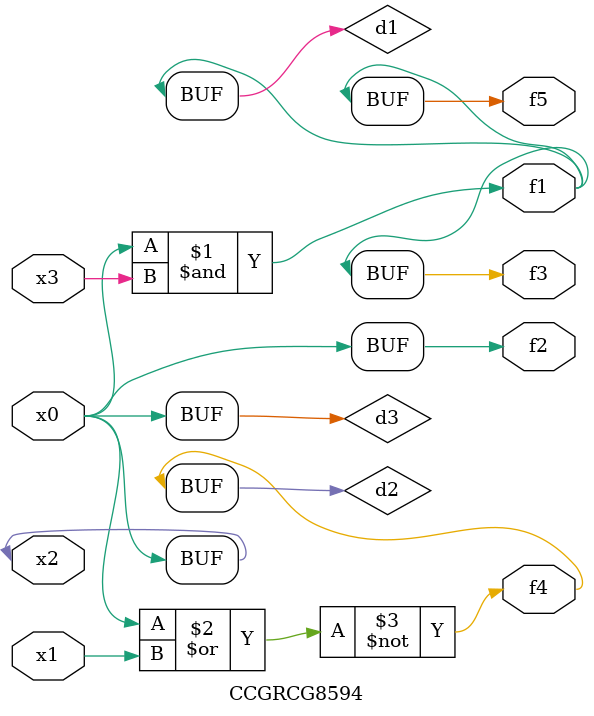
<source format=v>
module CCGRCG8594(
	input x0, x1, x2, x3,
	output f1, f2, f3, f4, f5
);

	wire d1, d2, d3;

	and (d1, x2, x3);
	nor (d2, x0, x1);
	buf (d3, x0, x2);
	assign f1 = d1;
	assign f2 = d3;
	assign f3 = d1;
	assign f4 = d2;
	assign f5 = d1;
endmodule

</source>
